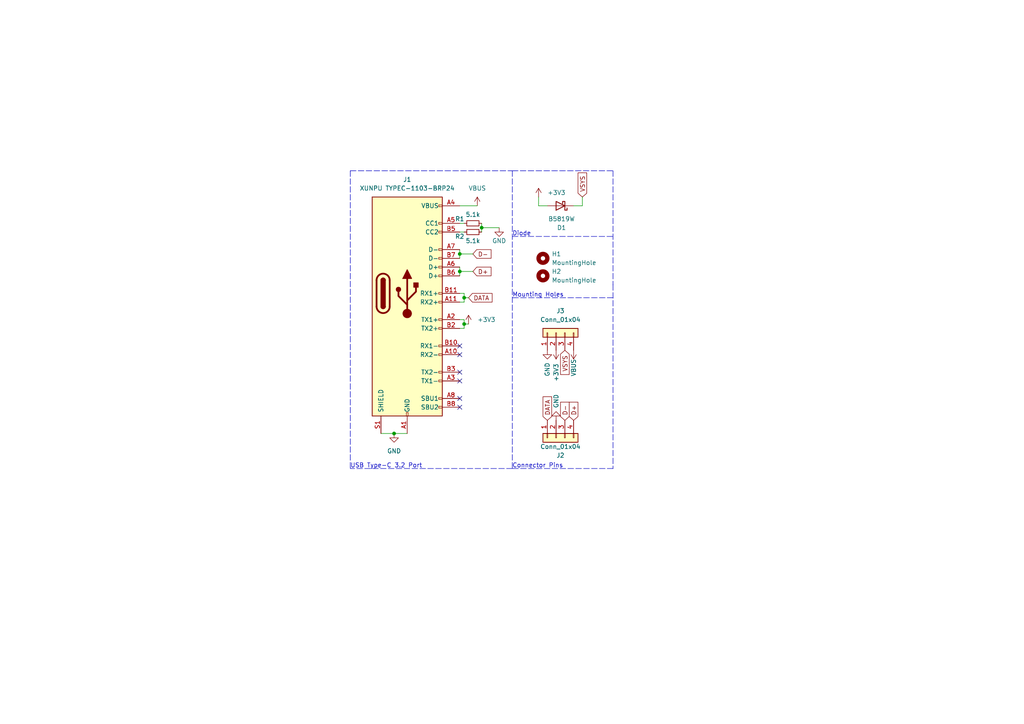
<source format=kicad_sch>
(kicad_sch (version 20211123) (generator eeschema)
  (paper "A4")
  (lib_symbols
    (symbol "Connector:USB_C_Receptacle" (pin_names (offset 1.016))
      (property "Reference" "J1" (at 0 33.02 0))
      (property "Value" "TYPE_C_31_M_04" (at 0 30.48 0))
      (symbol "USB_C_Receptacle_0_0"
        (rectangle (start -0.254 -35.56) (end 0.254 -34.544))
        (rectangle (start 10.16 -32.766) (end 9.144 -33.274))
        (rectangle (start 10.16 -30.226) (end 9.144 -30.734))
        (rectangle (start 10.16 -25.146) (end 9.144 -25.654))
        (rectangle (start 10.16 -22.606) (end 9.144 -23.114))
        (rectangle (start 10.16 -17.526) (end 9.144 -18.034))
        (rectangle (start 10.16 -14.986) (end 9.144 -15.494))
        (rectangle (start 10.16 -9.906) (end 9.144 -10.414))
        (rectangle (start 10.16 -7.366) (end 9.144 -7.874))
        (rectangle (start 10.16 -2.286) (end 9.144 -2.794))
        (rectangle (start 10.16 0.254) (end 9.144 -0.254))
        (rectangle (start 10.16 5.334) (end 9.144 4.826))
        (rectangle (start 10.16 7.874) (end 9.144 7.366))
        (rectangle (start 10.16 10.414) (end 9.144 9.906))
        (rectangle (start 10.16 12.954) (end 9.144 12.446))
        (rectangle (start 10.16 18.034) (end 9.144 17.526))
        (rectangle (start 10.16 20.574) (end 9.144 20.066))
        (rectangle (start 10.16 25.654) (end 9.144 25.146))
      )
      (symbol "USB_C_Receptacle_0_1"
        (rectangle (start -10.16 27.94) (end 10.16 -35.56) (stroke (width 0.254)) (fill (type background)))
        (arc (start -8.89 -3.81) (mid -6.985 -5.715) (end -5.08 -3.81) (stroke (width 0.508)))
        (arc (start -7.62 -3.81) (mid -6.985 -4.445) (end -6.35 -3.81) (stroke (width 0.254)))
        (arc (start -7.62 -3.81) (mid -6.985 -4.445) (end -6.35 -3.81) (stroke (width 0.254)) (fill (type outline)))
        (rectangle (start -7.62 -3.81) (end -6.35 3.81) (stroke (width 0.254)) (fill (type outline)))
        (arc (start -6.35 3.81) (mid -6.985 4.445) (end -7.62 3.81) (stroke (width 0.254)))
        (arc (start -6.35 3.81) (mid -6.985 4.445) (end -7.62 3.81) (stroke (width 0.254)) (fill (type outline)))
        (arc (start -5.08 3.81) (mid -6.985 5.715) (end -8.89 3.81) (stroke (width 0.508)))
        (polyline (pts (xy -8.89 -3.81) (xy -8.89 3.81)) (stroke (width 0.508)))
        (polyline (pts (xy -5.08 3.81) (xy -5.08 -3.81)) (stroke (width 0.508)))
      )
      (symbol "USB_C_Receptacle_1_1"
        (circle (center -2.54 1.143) (radius 0.635) (stroke (width 0.254)) (fill (type outline)))
        (circle (center 0 -5.842) (radius 1.27) (fill (type outline)))
        (polyline (pts (xy 0 -5.842) (xy 0 4.318)) (stroke (width 0.508)))
        (polyline (pts (xy 0 -3.302) (xy -2.54 -0.762) (xy -2.54 0.508)) (stroke (width 0.508)))
        (polyline (pts (xy 0 -2.032) (xy 2.54 0.508) (xy 2.54 1.778)) (stroke (width 0.508)))
        (polyline (pts (xy -1.27 4.318) (xy 0 6.858) (xy 1.27 4.318) (xy -1.27 4.318)) (stroke (width 0.254)) (fill (type outline)))
        (rectangle (start 1.905 1.778) (end 3.175 3.048) (stroke (width 0.254)) (fill (type outline)))
        (pin passive line (at 0 -40.64 90) (length 5.08) (name "GND") (number "A1"))
        (pin bidirectional line (at 15.24 -17.78 180) (length 5.08) (name "RX2-") (number "A10"))
        (pin bidirectional line (at 15.24 -2.54 180) (length 5.08) (name "RX2+") (number "A11"))
        (pin passive line (at 0 -40.64 90) (length 5.08) hide (name "GND") (number "A12"))
        (pin bidirectional line (at 15.24 -7.62 180) (length 5.08) (name "TX1+") (number "A2"))
        (pin bidirectional line (at 15.24 -25.4 180) (length 5.08) (name "TX1-") (number "A3"))
        (pin passive line (at 15.24 25.4 180) (length 5.08) (name "VBUS") (number "A4"))
        (pin bidirectional line (at 15.24 20.32 180) (length 5.08) (name "CC1") (number "A5"))
        (pin bidirectional line (at 15.24 7.62 180) (length 5.08) (name "D+") (number "A6"))
        (pin bidirectional line (at 15.24 12.7 180) (length 5.08) (name "D-") (number "A7"))
        (pin bidirectional line (at 15.24 -30.48 180) (length 5.08) (name "SBU1") (number "A8"))
        (pin passive line (at 15.24 25.4 180) (length 5.08) hide (name "VBUS") (number "A9"))
        (pin passive line (at 0 -40.64 90) (length 5.08) hide (name "GND") (number "B1"))
        (pin bidirectional line (at 15.24 -15.24 180) (length 5.08) (name "RX1-") (number "B10"))
        (pin bidirectional line (at 15.24 0 180) (length 5.08) (name "RX1+") (number "B11"))
        (pin passive line (at 0 -40.64 90) (length 5.08) hide (name "GND") (number "B12"))
        (pin bidirectional line (at 15.24 -10.16 180) (length 5.08) (name "TX2+") (number "B2"))
        (pin bidirectional line (at 15.24 -22.86 180) (length 5.08) (name "TX2-") (number "B3"))
        (pin passive line (at 15.24 25.4 180) (length 5.08) hide (name "VBUS") (number "B4"))
        (pin bidirectional line (at 15.24 17.78 180) (length 5.08) (name "CC2") (number "B5"))
        (pin bidirectional line (at 15.24 5.08 180) (length 5.08) (name "D+") (number "B6"))
        (pin bidirectional line (at 15.24 10.16 180) (length 5.08) (name "D-") (number "B7"))
        (pin bidirectional line (at 15.24 -33.02 180) (length 5.08) (name "SBU2") (number "B8"))
        (pin passive line (at 15.24 25.4 180) (length 5.08) hide (name "VBUS") (number "B9"))
        (pin passive line (at -7.62 -40.64 90) (length 5.08) (name "SHIELD") (number "S1"))
      )
    )
    (symbol "Connector_Generic:Conn_01x04" (pin_names (offset 1.016) hide)
      (property "Reference" "J" (at 0 5.08 0))
      (property "Value" "Conn_01x04" (at 0 -7.62 0))
      (symbol "Conn_01x04_1_1"
        (rectangle (start -1.27 -4.953) (end 0 -5.207) (stroke (width 0.1524)))
        (rectangle (start -1.27 -2.413) (end 0 -2.667) (stroke (width 0.1524)))
        (rectangle (start -1.27 0.127) (end 0 -0.127) (stroke (width 0.1524)))
        (rectangle (start -1.27 2.667) (end 0 2.413) (stroke (width 0.1524)))
        (rectangle (start -1.27 3.81) (end 1.27 -6.35) (stroke (width 0.254)) (fill (type background)))
        (pin passive line (at -5.08 2.54 0) (length 3.81) (name "Pin_1") (number "1"))
        (pin passive line (at -5.08 0 0) (length 3.81) (name "Pin_2") (number "2"))
        (pin passive line (at -5.08 -2.54 0) (length 3.81) (name "Pin_3") (number "3"))
        (pin passive line (at -5.08 -5.08 0) (length 3.81) (name "Pin_4") (number "4"))
      )
    )
    (symbol "Device:D_Schottky" (pin_numbers hide) (pin_names (offset 1.016) hide)
      (property "Reference" "D" (at 0 2.54 0))
      (property "Value" "D_Schottky" (at 0 -2.54 0))
      (symbol "D_Schottky_0_1"
        (polyline (pts (xy 1.27 0) (xy -1.27 0)))
        (polyline (pts (xy 1.27 1.27) (xy 1.27 -1.27) (xy -1.27 0) (xy 1.27 1.27)) (stroke (width 0.254)))
        (polyline (pts (xy -1.905 0.635) (xy -1.905 1.27) (xy -1.27 1.27) (xy -1.27 -1.27) (xy -0.635 -1.27) (xy -0.635 -0.635)) (stroke (width 0.254)))
      )
      (symbol "D_Schottky_1_1"
        (pin passive line (at -3.81 0 0) (length 2.54) (name "K") (number "1"))
        (pin passive line (at 3.81 0 180) (length 2.54) (name "A") (number "2"))
      )
    )
    (symbol "Device:R_Small" (pin_numbers hide) (pin_names (offset 0.254) hide)
      (property "Reference" "R" (at 0.762 0.508 0))
      (property "Value" "R_Small" (at 0.762 -1.016 0))
      (symbol "R_Small_0_1"
        (rectangle (start -0.762 1.778) (end 0.762 -1.778) (stroke (width 0.2032)))
      )
      (symbol "R_Small_1_1"
        (pin passive line (at 0 2.54 270) (length 0.762) (name "~") (number "1"))
        (pin passive line (at 0 -2.54 90) (length 0.762) (name "~") (number "2"))
      )
    )
    (symbol "Mechanical:MountingHole" (pin_names (offset 1.016))
      (property "Reference" "H" (at 0 5.08 0))
      (property "Value" "MountingHole" (at 0 3.175 0))
      (symbol "MountingHole_0_1"
        (circle (center 0 0) (radius 1.27) (stroke (width 1.27)))
      )
    )
    (symbol "power:+3V3" (power) (pin_names (offset 0))
      (property "Value" "+3V3" (at 0 3.556 0))
      (symbol "+3V3_0_1"
        (polyline (pts (xy -0.762 1.27) (xy 0 2.54)))
        (polyline (pts (xy 0 0) (xy 0 2.54)))
        (polyline (pts (xy 0 2.54) (xy 0.762 1.27)))
      )
      (symbol "+3V3_1_1"
        (pin power_in line (at 0 0 90) (length 0) hide (name "+3V3") (number "1"))
      )
    )
    (symbol "power:GND" (power) (pin_names (offset 0))
      (property "Value" "GND" (at 0 -3.81 0))
      (symbol "GND_0_1"
        (polyline (pts (xy 0 0) (xy 0 -1.27) (xy 1.27 -1.27) (xy 0 -2.54) (xy -1.27 -1.27) (xy 0 -1.27)))
      )
      (symbol "GND_1_1"
        (pin power_in line (at 0 0 270) (length 0) hide (name "GND") (number "1"))
      )
    )
    (symbol "power:VBUS" (power) (pin_names (offset 0))
      (property "Value" "VBUS" (at 0 3.81 0))
      (symbol "VBUS_0_1"
        (polyline (pts (xy -0.762 1.27) (xy 0 2.54)))
        (polyline (pts (xy 0 0) (xy 0 2.54)))
        (polyline (pts (xy 0 2.54) (xy 0.762 1.27)))
      )
      (symbol "VBUS_1_1"
        (pin power_in line (at 0 0 90) (length 0) hide (name "VBUS") (number "1"))
      )
    )
  )
  (junction (at 133.35 73.66))
  (junction (at 134.62 93.98))
  (junction (at 134.62 86.36))
  (junction (at 139.7 66.04))
  (junction (at 133.35 78.74))
  (junction (at 114.3 125.73))
  (no_connect (at 133.35 100.33))
  (no_connect (at 133.35 102.87))
  (no_connect (at 133.35 107.95))
  (no_connect (at 133.35 110.49))
  (no_connect (at 133.35 115.57))
  (no_connect (at 133.35 118.11))
  (wire (pts (xy 133.35 64.77) (xy 134.62 64.77)))
  (wire (pts (xy 134.62 85.09) (xy 134.62 86.36)))
  (wire (pts (xy 139.7 66.04) (xy 139.7 67.31)))
  (wire (pts (xy 156.21 59.69) (xy 158.75 59.69)))
  (wire (pts (xy 134.62 86.36) (xy 135.89 86.36)))
  (polyline (pts (xy 148.59 49.53) (xy 148.59 135.89)))
  (wire (pts (xy 133.35 78.74) (xy 137.16 78.74)))
  (wire (pts (xy 133.35 73.66) (xy 133.35 74.93)))
  (wire (pts (xy 133.35 77.47) (xy 133.35 78.74)))
  (wire (pts (xy 139.7 66.04) (xy 144.78 66.04)))
  (polyline (pts (xy 148.59 68.58) (xy 177.8 68.58)))
  (polyline (pts (xy 177.8 49.53) (xy 177.8 82.55)))
  (wire (pts (xy 168.91 59.69) (xy 168.91 57.15)))
  (wire (pts (xy 133.35 85.09) (xy 134.62 85.09)))
  (polyline (pts (xy 177.8 86.36) (xy 148.59 86.36)))
  (wire (pts (xy 156.21 57.15) (xy 156.21 59.69)))
  (wire (pts (xy 133.35 72.39) (xy 133.35 73.66)))
  (polyline (pts (xy 101.6 49.53) (xy 148.59 49.53)))
  (wire (pts (xy 133.35 95.25) (xy 134.62 95.25)))
  (wire (pts (xy 114.3 125.73) (xy 118.11 125.73)))
  (wire (pts (xy 133.35 59.69) (xy 138.43 59.69)))
  (wire (pts (xy 133.35 78.74) (xy 133.35 80.01)))
  (wire (pts (xy 134.62 93.98) (xy 135.89 93.98)))
  (wire (pts (xy 139.7 64.77) (xy 139.7 66.04)))
  (wire (pts (xy 134.62 93.98) (xy 134.62 95.25)))
  (wire (pts (xy 134.62 86.36) (xy 134.62 87.63)))
  (polyline (pts (xy 177.8 82.55) (xy 177.8 135.89)))
  (wire (pts (xy 110.49 125.73) (xy 114.3 125.73)))
  (polyline (pts (xy 101.6 49.53) (xy 101.6 135.89)))
  (wire (pts (xy 166.37 59.69) (xy 168.91 59.69)))
  (wire (pts (xy 133.35 67.31) (xy 134.62 67.31)))
  (wire (pts (xy 134.62 92.71) (xy 134.62 93.98)))
  (wire (pts (xy 133.35 92.71) (xy 134.62 92.71)))
  (wire (pts (xy 133.35 87.63) (xy 134.62 87.63)))
  (polyline (pts (xy 177.8 135.89) (xy 148.59 135.89)))
  (wire (pts (xy 133.35 73.66) (xy 137.16 73.66)))
  (polyline (pts (xy 148.59 135.89) (xy 101.6 135.89)))
  (polyline (pts (xy 148.59 49.53) (xy 177.8 49.53)))
  (text "USB Type-C 3.2 Port" (at 101.6 135.89 0) (effects (font (size 1.27 1.27)) (justify left bottom)))
  (text "Mounting Holes" (at 148.59 86.36 0) (effects (font (size 1.27 1.27)) (justify left bottom)))
  (text "Connector Pins" (at 148.59 135.89 0) (effects (font (size 1.27 1.27)) (justify left bottom)))
  (text "Diode" (at 148.59 68.58 0) (effects (font (size 1.27 1.27)) (justify left bottom)))
  (global_label "VSYS" (shape input) (at 163.83 101.6 270) (property "Intersheet References" "${INTERSHEET_REFS}" (effects hide)))
  (global_label "DATA" (shape input) (at 135.89 86.36 0) (property "Intersheet References" "${INTERSHEET_REFS}" (effects hide)))
  (global_label "D-" (shape input) (at 163.83 121.92 90) (property "Intersheet References" "${INTERSHEET_REFS}" (effects hide)))
  (global_label "VSYS" (shape input) (at 168.91 57.15 90) (property "Intersheet References" "${INTERSHEET_REFS}" (effects hide)))
  (global_label "D+" (shape input) (at 137.16 78.74 0) (property "Intersheet References" "${INTERSHEET_REFS}" (effects hide)))
  (global_label "DATA" (shape input) (at 158.75 121.92 90) (property "Intersheet References" "${INTERSHEET_REFS}" (effects hide)))
  (global_label "D-" (shape input) (at 137.16 73.66 0) (property "Intersheet References" "${INTERSHEET_REFS}" (effects hide)))
  (global_label "D+" (shape input) (at 166.37 121.92 90) (property "Intersheet References" "${INTERSHEET_REFS}" (effects hide)))
  (symbol (lib_id "Device:R_Small") (at 137.16 64.77 90) (unit 1)
    (property "Reference" "R1" (at 133.35 63.5 90))
    (property "Value" "5.1k" (at 137.16 62.23 90))
    (property "Footprint" "Resistor_SMD:R_0603_1608Metric" (effects hide))
    (property "JLBPCB part #" "C23186" (effects hide))
  )
  (symbol (lib_id "power:+3V3") (at 156.21 57.15 0) (unit 1)
    (property "Reference" "#PWR0102" (effects hide))
    (property "Value" "+3V3" (at 158.75 55.8799 0) (effects (justify left)))
  )
  (symbol (lib_id "Device:D_Schottky") (at 162.56 59.69 180) (unit 1)
    (property "Reference" "D1" (at 162.8775 66.04 0))
    (property "Value" "B5819W" (at 162.8775 63.5 0))
    (property "Footprint" "Diode_SMD:D_SOD-123" (effects hide))
    (property "JLBPCB part #" "C8598" (effects hide))
  )
  (symbol (lib_id "Mechanical:MountingHole") (at 157.48 74.93 0) (unit 1)
    (property "Reference" "H1" (at 160.02 73.6599 0) (effects (justify left)))
    (property "Value" "MountingHole" (at 160.02 76.1999 0) (effects (justify left)))
    (property "Footprint" "MountingHole:MountingHole_4.3mm_M4" (effects hide))
  )
  (symbol (lib_id "power:+3V3") (at 135.89 93.98 0) (unit 1)
    (property "Reference" "#PWR0108" (effects hide))
    (property "Value" "+3V3" (at 138.43 92.7099 0) (effects (justify left)))
  )
  (symbol (lib_id "power:GND") (at 158.75 101.6 0) (unit 1)
    (property "Reference" "#PWR0105" (effects hide))
    (property "Value" "GND" (at 158.75 109.22 90) (effects (justify left)))
  )
  (symbol (lib_id "power:GND") (at 114.3 125.73 0) (unit 1)
    (property "Reference" "#PWR0109" (effects hide))
    (property "Value" "GND" (at 114.3 130.81 0))
  )
  (symbol (lib_id "Device:R_Small") (at 137.16 67.31 270) (unit 1)
    (property "Reference" "R2" (at 133.35 68.58 90))
    (property "Value" "5.1k" (at 137.16 69.85 90))
    (property "Footprint" "Resistor_SMD:R_0603_1608Metric" (effects hide))
    (property "JLBPCB part #" "C23186" (effects hide))
  )
  (symbol (lib_id "power:VBUS") (at 166.37 101.6 180) (unit 1)
    (property "Reference" "#PWR0106" (effects hide))
    (property "Value" "VBUS" (at 166.37 109.22 90) (effects (justify right)))
  )
  (symbol (lib_id "power:+3V3") (at 161.29 101.6 180) (unit 1)
    (property "Reference" "#PWR0107" (effects hide))
    (property "Value" "+3V3" (at 161.2899 105.41 90) (effects (justify left)))
  )
  (symbol (lib_id "Connector:USB_C_Receptacle") (at 118.11 85.09 0) (unit 1)
    (property "Reference" "J1" (at 118.11 52.07 0))
    (property "Value" "XUNPU TYPEC-1103-BRP24" (at 118.11 54.61 0))
    (property "Footprint" "Sergio_footprints:Xunpu C2856665 USBC Straddle Mount" (effects hide))
    (property "Datasheet" "https://www.usb.org/sites/default/files/documents/usb_type-c.zip" (effects hide))
    (property "JLBPCB part #" "C2856665" (effects hide))
  )
  (symbol (lib_id "power:GND") (at 144.78 66.04 0) (unit 1)
    (property "Reference" "#PWR0104" (effects hide))
    (property "Value" "GND" (at 144.78 69.85 0))
  )
  (symbol (lib_id "Connector_Generic:Conn_01x04") (at 161.29 96.52 90) (unit 1)
    (property "Reference" "J3" (at 162.56 90.17 90))
    (property "Value" "Conn_01x04" (at 162.56 92.71 90))
    (property "Footprint" "Connector_PinSocket_2.54mm:PinSocket_1x04_P2.54mm_Vertical" (effects hide))
  )
  (symbol (lib_id "Connector_Generic:Conn_01x04") (at 161.29 127 90) (mirror x) (unit 1)
    (property "Reference" "J2" (at 162.56 132.08 90))
    (property "Value" "Conn_01x04" (at 162.56 129.54 90))
    (property "Footprint" "Connector_PinSocket_2.54mm:PinSocket_1x04_P2.54mm_Vertical" (effects hide))
  )
  (symbol (lib_id "power:VBUS") (at 138.43 59.69 0) (unit 1)
    (property "Reference" "#PWR0101" (effects hide))
    (property "Value" "VBUS" (at 138.43 54.61 0))
  )
  (symbol (lib_id "Mechanical:MountingHole") (at 157.48 80.01 0) (unit 1)
    (property "Reference" "H2" (at 160.02 78.7399 0) (effects (justify left)))
    (property "Value" "MountingHole" (at 160.02 81.2799 0) (effects (justify left)))
    (property "Footprint" "MountingHole:MountingHole_4.3mm_M4" (effects hide))
  )
  (symbol (lib_id "power:GND") (at 161.29 121.92 180) (unit 1)
    (property "Reference" "#PWR0103" (effects hide))
    (property "Value" "GND" (at 161.29 114.3 90) (effects (justify left)))
  )
)
</source>
